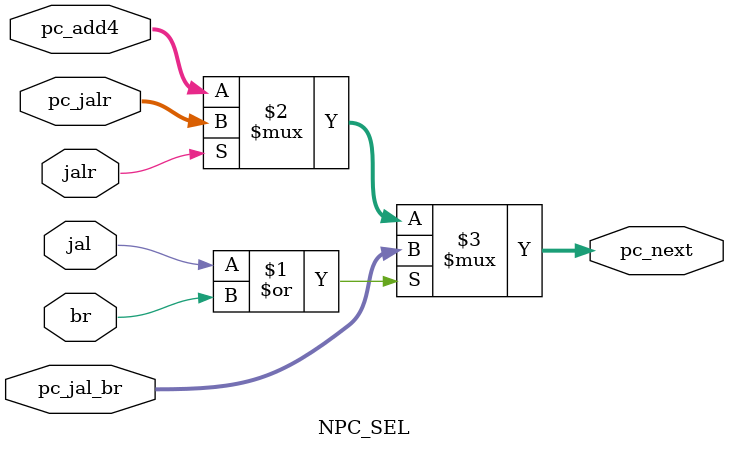
<source format=sv>
module
    NPC_SEL (
        input                                   jal, jalr, br,
        input                   [31 : 0]        pc_add4, pc_jal_br, pc_jalr,

        output                  [31 : 0]        pc_next
    );

    assign pc_next = (jal | br) ? pc_jal_br : (jalr ? pc_jalr : pc_add4);

endmodule
</source>
